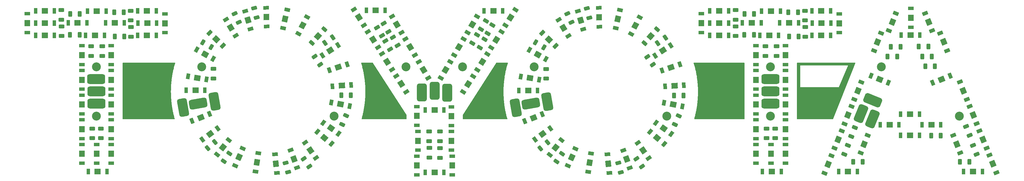
<source format=gbr>
%TF.GenerationSoftware,KiCad,Pcbnew,(6.0.0)*%
%TF.CreationDate,2022-05-14T17:31:40-07:00*%
%TF.ProjectId,Letters GERBER,4c657474-6572-4732-9047-45524245522e,rev?*%
%TF.SameCoordinates,Original*%
%TF.FileFunction,Soldermask,Top*%
%TF.FilePolarity,Negative*%
%FSLAX46Y46*%
G04 Gerber Fmt 4.6, Leading zero omitted, Abs format (unit mm)*
G04 Created by KiCad (PCBNEW (6.0.0)) date 2022-05-14 17:31:40*
%MOMM*%
%LPD*%
G01*
G04 APERTURE LIST*
G04 Aperture macros list*
%AMRoundRect*
0 Rectangle with rounded corners*
0 $1 Rounding radius*
0 $2 $3 $4 $5 $6 $7 $8 $9 X,Y pos of 4 corners*
0 Add a 4 corners polygon primitive as box body*
4,1,4,$2,$3,$4,$5,$6,$7,$8,$9,$2,$3,0*
0 Add four circle primitives for the rounded corners*
1,1,$1+$1,$2,$3*
1,1,$1+$1,$4,$5*
1,1,$1+$1,$6,$7*
1,1,$1+$1,$8,$9*
0 Add four rect primitives between the rounded corners*
20,1,$1+$1,$2,$3,$4,$5,0*
20,1,$1+$1,$4,$5,$6,$7,0*
20,1,$1+$1,$6,$7,$8,$9,0*
20,1,$1+$1,$8,$9,$2,$3,0*%
%AMRotRect*
0 Rectangle, with rotation*
0 The origin of the aperture is its center*
0 $1 length*
0 $2 width*
0 $3 Rotation angle, in degrees counterclockwise*
0 Add horizontal line*
21,1,$1,$2,0,0,$3*%
G04 Aperture macros list end*
%ADD10C,0.000000*%
%ADD11C,0.200000*%
%ADD12C,0.150000*%
%ADD13R,1.700000X1.900000*%
%ADD14R,1.700000X1.100000*%
%ADD15RoundRect,0.250000X0.625000X-0.312500X0.625000X0.312500X-0.625000X0.312500X-0.625000X-0.312500X0*%
%ADD16RotRect,1.900000X1.700000X301.200000*%
%ADD17RotRect,1.100000X1.700000X301.200000*%
%ADD18RoundRect,0.250000X0.462425X-0.523874X0.696554X0.055616X-0.462425X0.523874X-0.696554X-0.055616X0*%
%ADD19RotRect,1.900000X1.700000X59.500000*%
%ADD20RotRect,1.100000X1.700000X59.500000*%
%ADD21RoundRect,0.250000X-0.691213X-0.102500X-0.332727X-0.614470X0.691213X0.102500X0.332727X0.614470X0*%
%ADD22RoundRect,0.250000X0.691213X0.102500X0.332727X0.614470X-0.691213X-0.102500X-0.332727X-0.614470X0*%
%ADD23RotRect,1.900000X1.700000X144.200000*%
%ADD24RotRect,1.100000X1.700000X144.200000*%
%ADD25RotRect,1.900000X1.700000X66.000000*%
%ADD26RotRect,1.100000X1.700000X66.000000*%
%ADD27R,1.900000X1.700000*%
%ADD28R,1.100000X1.700000*%
%ADD29RotRect,1.900000X1.700000X36.600000*%
%ADD30RotRect,1.100000X1.700000X36.600000*%
%ADD31RotRect,1.900000X1.700000X124.800000*%
%ADD32RotRect,1.100000X1.700000X124.800000*%
%ADD33RoundRect,0.250000X0.162353X-0.679649X0.641131X-0.277907X-0.162353X0.679649X-0.641131X0.277907X0*%
%ADD34RoundRect,0.250000X-0.312500X-0.625000X0.312500X-0.625000X0.312500X0.625000X-0.312500X0.625000X0*%
%ADD35RoundRect,0.250000X-0.697124X-0.047952X-0.379912X-0.586471X0.697124X0.047952X0.379912X0.586471X0*%
%ADD36RotRect,1.900000X1.700000X139.500000*%
%ADD37RotRect,1.100000X1.700000X139.500000*%
%ADD38RoundRect,0.250000X-0.625000X0.312500X-0.625000X-0.312500X0.625000X-0.312500X0.625000X0.312500X0*%
%ADD39RoundRect,0.250000X0.312500X0.625000X-0.312500X0.625000X-0.312500X-0.625000X0.312500X-0.625000X0*%
%ADD40RotRect,1.900000X1.700000X112.000000*%
%ADD41RotRect,1.100000X1.700000X112.000000*%
%ADD42RoundRect,0.750000X2.000000X-0.750000X2.000000X0.750000X-2.000000X0.750000X-2.000000X-0.750000X0*%
%ADD43RoundRect,0.250000X0.684585X-0.140090X0.522823X0.463614X-0.684585X0.140090X-0.522823X-0.463614X0*%
%ADD44RoundRect,0.250000X0.696554X-0.055616X0.462425X0.523874X-0.696554X0.055616X-0.462425X-0.523874X0*%
%ADD45RotRect,1.900000X1.700000X292.000000*%
%ADD46RotRect,1.100000X1.700000X292.000000*%
%ADD47RotRect,1.900000X1.700000X57.500000*%
%ADD48RotRect,1.100000X1.700000X57.500000*%
%ADD49C,2.700000*%
%ADD50RotRect,1.900000X1.700000X257.100000*%
%ADD51RotRect,1.100000X1.700000X257.100000*%
%ADD52RotRect,1.900000X1.700000X95.400000*%
%ADD53RotRect,1.100000X1.700000X95.400000*%
%ADD54RotRect,1.900000X1.700000X68.000000*%
%ADD55RotRect,1.100000X1.700000X68.000000*%
%ADD56RoundRect,0.250000X-0.379912X0.586471X-0.697124X0.047952X0.379912X-0.586471X0.697124X-0.047952X0*%
%ADD57RotRect,1.900000X1.700000X122.500000*%
%ADD58RotRect,1.100000X1.700000X122.500000*%
%ADD59RoundRect,0.250000X0.332727X-0.614470X0.691213X-0.102500X-0.332727X0.614470X-0.691213X0.102500X0*%
%ADD60RoundRect,0.250000X-0.698511X0.019085X-0.434374X-0.547358X0.698511X-0.019085X0.434374X0.547358X0*%
%ADD61RotRect,1.900000X1.700000X213.000000*%
%ADD62RotRect,1.100000X1.700000X213.000000*%
%ADD63RotRect,1.900000X1.700000X158.000000*%
%ADD64RotRect,1.100000X1.700000X158.000000*%
%ADD65RotRect,1.900000X1.700000X286.500000*%
%ADD66RotRect,1.100000X1.700000X286.500000*%
%ADD67RotRect,1.900000X1.700000X183.600000*%
%ADD68RotRect,1.100000X1.700000X183.600000*%
%ADD69RotRect,1.900000X1.700000X248.000000*%
%ADD70RotRect,1.100000X1.700000X248.000000*%
%ADD71RotRect,1.900000X1.700000X330.600000*%
%ADD72RotRect,1.100000X1.700000X330.600000*%
%ADD73RoundRect,0.250000X-0.462425X0.523874X-0.696554X-0.055616X0.462425X-0.523874X0.696554X0.055616X0*%
%ADD74RoundRect,0.250000X-0.102500X0.691213X-0.614470X0.332727X0.102500X-0.691213X0.614470X-0.332727X0*%
%ADD75RotRect,1.900000X1.700000X21.900000*%
%ADD76RotRect,1.100000X1.700000X21.900000*%
%ADD77RotRect,1.900000X1.700000X242.400000*%
%ADD78RotRect,1.100000X1.700000X242.400000*%
%ADD79RoundRect,0.250000X0.697124X0.047952X0.379912X0.586471X-0.697124X-0.047952X-0.379912X-0.586471X0*%
%ADD80RoundRect,0.750000X2.099852X-0.391309X1.839379X1.085902X-2.099852X0.391309X-1.839379X-1.085902X0*%
%ADD81RotRect,1.900000X1.700000X350.300000*%
%ADD82RotRect,1.100000X1.700000X350.300000*%
%ADD83RoundRect,0.750000X-1.444601X-1.573413X-0.053825X-2.135323X1.444601X1.573413X0.053825X2.135323X0*%
%ADD84RotRect,1.900000X1.700000X168.900000*%
%ADD85RotRect,1.100000X1.700000X168.900000*%
%ADD86RoundRect,0.250000X-0.583133X-0.385016X-0.041867X-0.697516X0.583133X0.385016X0.041867X0.697516X0*%
%ADD87RoundRect,0.750000X-0.391309X-2.099852X1.085902X-1.839379X0.391309X2.099852X-1.085902X1.839379X0*%
%ADD88RotRect,1.900000X1.700000X227.700000*%
%ADD89RotRect,1.100000X1.700000X227.700000*%
%ADD90RotRect,1.900000X1.700000X120.500000*%
%ADD91RotRect,1.100000X1.700000X120.500000*%
%ADD92RotRect,1.900000X1.700000X315.900000*%
%ADD93RotRect,1.100000X1.700000X315.900000*%
%ADD94RotRect,1.900000X1.700000X80.700000*%
%ADD95RotRect,1.100000X1.700000X80.700000*%
%ADD96RotRect,1.900000X1.700000X110.100000*%
%ADD97RotRect,1.100000X1.700000X110.100000*%
%ADD98RoundRect,0.750000X-0.750000X-2.000000X0.750000X-2.000000X0.750000X2.000000X-0.750000X2.000000X0*%
%ADD99RotRect,1.900000X1.700000X198.300000*%
%ADD100RotRect,1.100000X1.700000X198.300000*%
%ADD101RotRect,1.900000X1.700000X51.300000*%
%ADD102RotRect,1.100000X1.700000X51.300000*%
%ADD103RotRect,1.900000X1.700000X271.800000*%
%ADD104RotRect,1.100000X1.700000X271.800000*%
%ADD105RoundRect,0.250000X-0.434374X0.547358X-0.698511X-0.019085X0.434374X-0.547358X0.698511X0.019085X0*%
%ADD106RoundRect,0.250000X0.379912X-0.586471X0.697124X-0.047952X-0.379912X0.586471X-0.697124X0.047952X0*%
%ADD107RotRect,1.900000X1.700000X22.000000*%
%ADD108RotRect,1.100000X1.700000X22.000000*%
%ADD109RoundRect,0.750000X-1.573413X1.444601X-2.135323X0.053825X1.573413X-1.444601X2.135323X-0.053825X0*%
%ADD110RoundRect,0.250000X-0.696554X0.055616X-0.462425X-0.523874X0.696554X-0.055616X0.462425X0.523874X0*%
G04 APERTURE END LIST*
D10*
G36*
X64386496Y-36776361D02*
G01*
X63836496Y-40186361D01*
X63686496Y-43316361D01*
X63926496Y-47266361D01*
X64196496Y-48766361D01*
X64806496Y-51576361D01*
X49216496Y-51526361D01*
X49236496Y-34566361D01*
X49213071Y-34556450D01*
X64999015Y-34556450D01*
X64386496Y-36776361D01*
G37*
D11*
X165896388Y-51556273D02*
X152520805Y-51556273D01*
X63699525Y-43311815D02*
X63700648Y-43575225D01*
X63704018Y-43838349D01*
X63709632Y-44101180D01*
X63717490Y-44363708D01*
X63727589Y-44625925D01*
X63739928Y-44887822D01*
X63754505Y-45149390D01*
X63771320Y-45410621D01*
X63790370Y-45671505D01*
X63811653Y-45932034D01*
X63835169Y-46192200D01*
X63860916Y-46451993D01*
X63888891Y-46711406D01*
X63919095Y-46970429D01*
X63951524Y-47229053D01*
X63986178Y-47487270D01*
X64023055Y-47745072D01*
X64062154Y-48002448D01*
X64103472Y-48259392D01*
X64147009Y-48515894D01*
X64192762Y-48771945D01*
X64240731Y-49027536D01*
X64290914Y-49282660D01*
X64343308Y-49537307D01*
X64397914Y-49791468D01*
X64454728Y-50045135D01*
X64513750Y-50298299D01*
X64574978Y-50550952D01*
X64638410Y-50803084D01*
X64704045Y-51054688D01*
X64771882Y-51305753D01*
X64841919Y-51556273D01*
X135263633Y-51556273D02*
X121806917Y-51556273D01*
X264917562Y-51556273D02*
X254078602Y-51556273D01*
X254078602Y-51556273D02*
X254078602Y-34556450D01*
X49213071Y-51556273D02*
X49213071Y-34556450D01*
D12*
X269704363Y-35114772D02*
X266804363Y-42014772D01*
X254904363Y-42014772D02*
X254904363Y-35214772D01*
D11*
X162700201Y-34556450D02*
X166070193Y-34556450D01*
D12*
X254904363Y-35214772D02*
X269704363Y-35214772D01*
X264917562Y-51556273D02*
X261204363Y-51514772D01*
X261204363Y-51514772D02*
X261304363Y-42014772D01*
X261304363Y-42014772D02*
X264704363Y-42014772D01*
X264704363Y-42014772D02*
X264917562Y-51556273D01*
G36*
X264917562Y-51556273D02*
G01*
X261204363Y-51514772D01*
X261304363Y-42014772D01*
X264704363Y-42014772D01*
X264917562Y-51556273D01*
G37*
X264917562Y-51556273D02*
X261204363Y-51514772D01*
X261304363Y-42014772D01*
X264704363Y-42014772D01*
X264917562Y-51556273D01*
D11*
X164761574Y-43341615D02*
X164762690Y-43603917D01*
X164766037Y-43865947D01*
X164771613Y-44127696D01*
X164779418Y-44389155D01*
X164789449Y-44650315D01*
X164801705Y-44911167D01*
X164816185Y-45171703D01*
X164832887Y-45431913D01*
X164851809Y-45691789D01*
X164872950Y-45951322D01*
X164896309Y-46210502D01*
X164921883Y-46469322D01*
X164949672Y-46727772D01*
X164979674Y-46985843D01*
X165011887Y-47243527D01*
X165046310Y-47500814D01*
X165082942Y-47757696D01*
X165121780Y-48014164D01*
X165162824Y-48270209D01*
X165206071Y-48525823D01*
X165251521Y-48780995D01*
X165299172Y-49035718D01*
X165349021Y-49289983D01*
X165401069Y-49543780D01*
X165455313Y-49797101D01*
X165511751Y-50049937D01*
X165570383Y-50302280D01*
X165631207Y-50554119D01*
X165694220Y-50805447D01*
X165759423Y-51056254D01*
X165826812Y-51306533D01*
X165896388Y-51556273D01*
X254078602Y-34556450D02*
X271699921Y-34556450D01*
X64999015Y-34556450D02*
X64919358Y-34822413D01*
X64842203Y-35088966D01*
X64767551Y-35356100D01*
X64695403Y-35623804D01*
X64625761Y-35892068D01*
X64558628Y-36160884D01*
X64494004Y-36430241D01*
X64431893Y-36700130D01*
X64372295Y-36970542D01*
X64315212Y-37241465D01*
X64260647Y-37512891D01*
X64208601Y-37784810D01*
X64159077Y-38057213D01*
X64112074Y-38330089D01*
X64067597Y-38603429D01*
X64025646Y-38877224D01*
X63986223Y-39151462D01*
X63949331Y-39426136D01*
X63914970Y-39701236D01*
X63883143Y-39976750D01*
X63853852Y-40252671D01*
X63827099Y-40528988D01*
X63802884Y-40805691D01*
X63781211Y-41082771D01*
X63762081Y-41360218D01*
X63745495Y-41638023D01*
X63731456Y-41916175D01*
X63719966Y-42194665D01*
X63711025Y-42473484D01*
X63704637Y-42752622D01*
X63700803Y-43032069D01*
X63699525Y-43311815D01*
X166070193Y-34556450D02*
X165989965Y-34823302D01*
X165912257Y-35090747D01*
X165837071Y-35358774D01*
X165764408Y-35627373D01*
X165694271Y-35896536D01*
X165626661Y-36166252D01*
X165561579Y-36436512D01*
X165499028Y-36707306D01*
X165439010Y-36978625D01*
X165381525Y-37250458D01*
X165326577Y-37522797D01*
X165274166Y-37795632D01*
X165224294Y-38068953D01*
X165176964Y-38342750D01*
X165132177Y-38617014D01*
X165089934Y-38891736D01*
X165050238Y-39166905D01*
X165013090Y-39442512D01*
X164978492Y-39718547D01*
X164946446Y-39995002D01*
X164916953Y-40271865D01*
X164890016Y-40549128D01*
X164865636Y-40826781D01*
X164843814Y-41104814D01*
X164824554Y-41383218D01*
X164807855Y-41661982D01*
X164793721Y-41941099D01*
X164782153Y-42220557D01*
X164773152Y-42500347D01*
X164766721Y-42780460D01*
X164762861Y-43060885D01*
X164761574Y-43341615D01*
X238028247Y-34556450D02*
X238028247Y-51556273D01*
X135263805Y-50430072D02*
X135263633Y-51556273D01*
X64841919Y-51556273D02*
X49213071Y-51556273D01*
X271699921Y-34556450D02*
X264917562Y-51556273D01*
D10*
G36*
X238046496Y-34606361D02*
G01*
X238026496Y-51536361D01*
X222896496Y-51516361D01*
X223586496Y-48416361D01*
X223846496Y-46016361D01*
X223996496Y-43836361D01*
X223976496Y-41596361D01*
X223756496Y-39306361D01*
X223366496Y-37026361D01*
X222906496Y-35316361D01*
X222702740Y-34536361D01*
X238006496Y-34526361D01*
X238046496Y-34606361D01*
G37*
D11*
X152520805Y-50430072D02*
X162700201Y-34556450D01*
X222702740Y-34556450D02*
X238028247Y-34556450D01*
X121806917Y-51556273D02*
X121876953Y-51305752D01*
X121944790Y-51054684D01*
X122010425Y-50803076D01*
X122073857Y-50550938D01*
X122135085Y-50298278D01*
X122194107Y-50045106D01*
X122250922Y-49791429D01*
X122305527Y-49537258D01*
X122357922Y-49282601D01*
X122408104Y-49027467D01*
X122456073Y-48771865D01*
X122501827Y-48515803D01*
X122545363Y-48259291D01*
X122586682Y-48002337D01*
X122625780Y-47744951D01*
X122662657Y-47487141D01*
X122697311Y-47228917D01*
X122729741Y-46970286D01*
X122759944Y-46711258D01*
X122787920Y-46451842D01*
X122813666Y-46192047D01*
X122837182Y-45931882D01*
X122858466Y-45671355D01*
X122877515Y-45410475D01*
X122894330Y-45149252D01*
X122908907Y-44887694D01*
X122921246Y-44625811D01*
X122931345Y-44363610D01*
X122939203Y-44101101D01*
X122944817Y-43838293D01*
X122948187Y-43575194D01*
X122949311Y-43311815D01*
D10*
G36*
X166070193Y-34556450D02*
G01*
X165276496Y-37456361D01*
X164826496Y-41066361D01*
X164826496Y-45646361D01*
X165406496Y-49676361D01*
X165896388Y-51556273D01*
X152556496Y-51546361D01*
X152546496Y-50426361D01*
X162716496Y-34546361D01*
X166070193Y-34556450D01*
G37*
D11*
X222876717Y-51556273D02*
X222946260Y-51306563D01*
X223013621Y-51056311D01*
X223078796Y-50805526D01*
X223141784Y-50554218D01*
X223202583Y-50302394D01*
X223261193Y-50050065D01*
X223317611Y-49797239D01*
X223371836Y-49543925D01*
X223423866Y-49290133D01*
X223473700Y-49035871D01*
X223521336Y-48781148D01*
X223566773Y-48525974D01*
X223610008Y-48270357D01*
X223651041Y-48014307D01*
X223689870Y-47757833D01*
X223726493Y-47500943D01*
X223760908Y-47243647D01*
X223793115Y-46985954D01*
X223823111Y-46727873D01*
X223850895Y-46469413D01*
X223876465Y-46210582D01*
X223899820Y-45951391D01*
X223920959Y-45691848D01*
X223939878Y-45431962D01*
X223956578Y-45171741D01*
X223971057Y-44911197D01*
X223983312Y-44650336D01*
X223993343Y-44389169D01*
X224001147Y-44127704D01*
X224006723Y-43865951D01*
X224010070Y-43603918D01*
X224011187Y-43341615D01*
X49213071Y-34556450D02*
X64999015Y-34556450D01*
D12*
X266804363Y-42014772D02*
X254904363Y-42014772D01*
D11*
X125084237Y-34556450D02*
X135263805Y-50430072D01*
D10*
G36*
X135266496Y-50416361D02*
G01*
X135263633Y-51556273D01*
X121806917Y-51556273D01*
X122246496Y-49946361D01*
X122686496Y-47356361D01*
X122896496Y-44786361D01*
X122936496Y-41846361D01*
X122536496Y-38396361D01*
X122006496Y-35906361D01*
X121655069Y-34576312D01*
X125116496Y-34556450D01*
X135266496Y-50416361D01*
G37*
D12*
X264917562Y-51556273D02*
X264004363Y-42014772D01*
X264004363Y-42014772D02*
X266804363Y-42014772D01*
X266804363Y-42014772D02*
X269704363Y-35114772D01*
X269704363Y-35114772D02*
X254904363Y-35214772D01*
X254904363Y-35214772D02*
X254904363Y-42014772D01*
X254904363Y-42014772D02*
X261604363Y-42014772D01*
X261604363Y-42014772D02*
X261504363Y-51514772D01*
X261504363Y-51514772D02*
X254078602Y-51556273D01*
X254078602Y-51556273D02*
X254078602Y-34556450D01*
X254078602Y-34556450D02*
X271699921Y-34556450D01*
X271699921Y-34556450D02*
X264917562Y-51556273D01*
G36*
X264917562Y-51556273D02*
G01*
X264004363Y-42014772D01*
X266804363Y-42014772D01*
X269704363Y-35114772D01*
X254904363Y-35214772D01*
X254904363Y-42014772D01*
X261604363Y-42014772D01*
X261504363Y-51514772D01*
X254078602Y-51556273D01*
X254078602Y-34556450D01*
X271699921Y-34556450D01*
X264917562Y-51556273D01*
G37*
X264917562Y-51556273D02*
X264004363Y-42014772D01*
X266804363Y-42014772D01*
X269704363Y-35114772D01*
X254904363Y-35214772D01*
X254904363Y-42014772D01*
X261604363Y-42014772D01*
X261504363Y-51514772D01*
X254078602Y-51556273D01*
X254078602Y-34556450D01*
X271699921Y-34556450D01*
X264917562Y-51556273D01*
D11*
X122949311Y-43311815D02*
X122948032Y-43032053D01*
X122944198Y-42752593D01*
X122937810Y-42473444D01*
X122928869Y-42194616D01*
X122917379Y-41916117D01*
X122903340Y-41637958D01*
X122886754Y-41360149D01*
X122867624Y-41082698D01*
X122845951Y-40805615D01*
X122821736Y-40528911D01*
X122794983Y-40252594D01*
X122765692Y-39976674D01*
X122733865Y-39701161D01*
X122699504Y-39426065D01*
X122662612Y-39151394D01*
X122623189Y-38877159D01*
X122581238Y-38603369D01*
X122536761Y-38330033D01*
X122489758Y-38057162D01*
X122440234Y-37784765D01*
X122388188Y-37512851D01*
X122333623Y-37241430D01*
X122276540Y-36970512D01*
X122216942Y-36700106D01*
X122154831Y-36430222D01*
X122090207Y-36160869D01*
X122023074Y-35892058D01*
X121953432Y-35623796D01*
X121881284Y-35356096D01*
X121806632Y-35088964D01*
X121729477Y-34822412D01*
X121649821Y-34556450D01*
X238028247Y-51556273D02*
X222876717Y-51556273D01*
X121649821Y-34556450D02*
X125084237Y-34556450D01*
X224011187Y-43341615D02*
X224009899Y-43060854D01*
X224006038Y-42780397D01*
X223999604Y-42500255D01*
X223990601Y-42220437D01*
X223979029Y-41940952D01*
X223964891Y-41661810D01*
X223948189Y-41383022D01*
X223928924Y-41104596D01*
X223907099Y-40826543D01*
X223882715Y-40548871D01*
X223855774Y-40271592D01*
X223826278Y-39994714D01*
X223794229Y-39718248D01*
X223759629Y-39442202D01*
X223722480Y-39166587D01*
X223682783Y-38891413D01*
X223640541Y-38616689D01*
X223595755Y-38342424D01*
X223548428Y-38068630D01*
X223498560Y-37795314D01*
X223446155Y-37522488D01*
X223391214Y-37250160D01*
X223333739Y-36978341D01*
X223273732Y-36707039D01*
X223211194Y-36436266D01*
X223146128Y-36166030D01*
X223078535Y-35896342D01*
X223008418Y-35627211D01*
X222935778Y-35358646D01*
X222860617Y-35090658D01*
X222782937Y-34823256D01*
X222702740Y-34556450D01*
X152520805Y-51556273D02*
X152520805Y-50430072D01*
D13*
%TO.C,D107*%
X250479363Y-54714772D03*
D14*
X250479363Y-57564772D03*
X250479363Y-51864772D03*
%TD*%
D15*
%TO.C,R2*%
X51584363Y-21657272D03*
X51584363Y-18732272D03*
%TD*%
D16*
%TO.C,D27*%
X81978262Y-23832917D03*
D17*
X80501885Y-21395129D03*
X83454639Y-26270705D03*
%TD*%
D18*
%TO.C,R68*%
X270504363Y-56944743D03*
X271600088Y-54232730D03*
%TD*%
D19*
%TO.C,D68*%
X151261154Y-29766096D03*
D20*
X149814670Y-32221739D03*
X152707638Y-27310453D03*
%TD*%
D21*
%TO.C,R39*%
X208533362Y-32728698D03*
X210211073Y-35124717D03*
%TD*%
D22*
%TO.C,R23*%
X105815364Y-66057870D03*
X104137653Y-63661851D03*
%TD*%
D23*
%TO.C,D32*%
X112404363Y-54414772D03*
D24*
X114715895Y-56081901D03*
X110092831Y-52747643D03*
%TD*%
D15*
%TO.C,R30*%
X145504363Y-58364772D03*
X145504363Y-55439772D03*
%TD*%
D25*
%TO.C,D83*%
X185544473Y-63248182D03*
D26*
X184385274Y-65851787D03*
X186703672Y-60644577D03*
%TD*%
D27*
%TO.C,D69*%
X143904363Y-67864772D03*
D28*
X141054363Y-67864772D03*
X146754363Y-67864772D03*
%TD*%
D29*
%TO.C,D36*%
X75641674Y-56130775D03*
D30*
X73353644Y-57830016D03*
X77929704Y-54431534D03*
%TD*%
D31*
%TO.C,D81*%
X207292740Y-61192366D03*
D32*
X208919274Y-63532641D03*
X205666206Y-58852091D03*
%TD*%
D33*
%TO.C,R18*%
X74886488Y-60526672D03*
X77127168Y-58646518D03*
%TD*%
D27*
%TO.C,D7*%
X41504363Y-67614772D03*
D28*
X38654363Y-67614772D03*
X44354363Y-67614772D03*
%TD*%
D13*
%TO.C,D22*%
X36704363Y-47214772D03*
D14*
X36704363Y-50064772D03*
X36704363Y-44364772D03*
%TD*%
D27*
%TO.C,D101*%
X246129363Y-18814772D03*
D28*
X243279363Y-18814772D03*
X248979363Y-18814772D03*
%TD*%
D23*
%TO.C,D80*%
X213494363Y-54471796D03*
D24*
X215805895Y-56138925D03*
X211182831Y-52804667D03*
%TD*%
D34*
%TO.C,R71*%
X271061863Y-64594772D03*
X273986863Y-64594772D03*
%TD*%
D35*
%TO.C,R26*%
X131189471Y-26761721D03*
X132674021Y-29281986D03*
%TD*%
D36*
%TO.C,D92*%
X211513396Y-57372015D03*
D37*
X213680553Y-59222942D03*
X209346239Y-55521088D03*
%TD*%
D38*
%TO.C,R58*%
X247399363Y-54522272D03*
X247399363Y-57447272D03*
%TD*%
D39*
%TO.C,R72*%
X306429363Y-64614772D03*
X303504363Y-64614772D03*
%TD*%
D40*
%TO.C,D125*%
X304562551Y-43009658D03*
D41*
X305630180Y-45652132D03*
X303494922Y-40367184D03*
%TD*%
D42*
%TO.C,wht-*%
X245954363Y-39514772D03*
%TD*%
D15*
%TO.C,R36*%
X142254363Y-58364772D03*
X142254363Y-55439772D03*
%TD*%
D43*
%TO.C,R41*%
X200448391Y-67820320D03*
X199691345Y-64994987D03*
%TD*%
D27*
%TO.C,D103*%
X246379363Y-67614772D03*
D28*
X243529363Y-67614772D03*
X249229363Y-67614772D03*
%TD*%
D27*
%TO.C,D110*%
X230379363Y-18714772D03*
D28*
X233229363Y-18714772D03*
X227529363Y-18714772D03*
%TD*%
D44*
%TO.C,R70*%
X306504363Y-56614772D03*
X305408639Y-53902759D03*
%TD*%
D45*
%TO.C,D140*%
X307559403Y-50427129D03*
D46*
X306491774Y-47784655D03*
X308627032Y-53069603D03*
%TD*%
D47*
%TO.C,D54*%
X166973059Y-20768438D03*
D48*
X165441755Y-23172104D03*
X168504363Y-18364772D03*
%TD*%
D27*
%TO.C,D98*%
X230379363Y-22464772D03*
D28*
X227529363Y-22464772D03*
X233229363Y-22464772D03*
%TD*%
D43*
%TO.C,R17*%
X99358391Y-67763296D03*
X98601345Y-64937963D03*
%TD*%
D49*
%TO.C,REF\u002A\u002A*%
X245954363Y-50714772D03*
%TD*%
D50*
%TO.C,D40*%
X98471678Y-21176335D03*
D51*
X99107941Y-18398266D03*
X97835415Y-23954404D03*
%TD*%
D34*
%TO.C,R1*%
X33161863Y-19694772D03*
X36086863Y-19694772D03*
%TD*%
D13*
%TO.C,D3*%
X62004363Y-22514772D03*
D14*
X62004363Y-19664772D03*
X62004363Y-25364772D03*
%TD*%
D52*
%TO.C,D82*%
X196704363Y-65189772D03*
D53*
X196972572Y-68027124D03*
X196436154Y-62352420D03*
%TD*%
D38*
%TO.C,R4*%
X39849363Y-54522272D03*
X39849363Y-57447272D03*
%TD*%
D54*
%TO.C,D122*%
X278501216Y-28197301D03*
D55*
X277433587Y-30839775D03*
X279568845Y-25554827D03*
%TD*%
D40*
%TO.C,D127*%
X310556256Y-57844600D03*
D41*
X311623885Y-60487074D03*
X309488627Y-55202126D03*
%TD*%
D45*
%TO.C,D143*%
X302571992Y-59257246D03*
D46*
X301504363Y-56614772D03*
X303639621Y-61899720D03*
%TD*%
D27*
%TO.C,D142*%
X288354363Y-50114772D03*
D28*
X291204363Y-50114772D03*
X285504363Y-50114772D03*
%TD*%
D27*
%TO.C,D5*%
X41254363Y-18814772D03*
D28*
X38404363Y-18814772D03*
X44104363Y-18814772D03*
%TD*%
D27*
%TO.C,D67*%
X161754363Y-18739772D03*
D28*
X158904363Y-18739772D03*
X164604363Y-18739772D03*
%TD*%
D39*
%TO.C,R51*%
X254321863Y-19134772D03*
X251396863Y-19134772D03*
%TD*%
D13*
%TO.C,D117*%
X241579363Y-32214772D03*
D14*
X241579363Y-35064772D03*
X241579363Y-29364772D03*
%TD*%
D56*
%TO.C,R33*%
X159104363Y-27414772D03*
X157619813Y-29935037D03*
%TD*%
D38*
%TO.C,R10*%
X42524363Y-54522272D03*
X42524363Y-57447272D03*
%TD*%
%TO.C,R52*%
X244724363Y-54522272D03*
X244724363Y-57447272D03*
%TD*%
D27*
%TO.C,D14*%
X25504363Y-18714772D03*
D28*
X28354363Y-18714772D03*
X22654363Y-18714772D03*
%TD*%
D57*
%TO.C,D62*%
X133771456Y-40958238D03*
D58*
X135302760Y-43361904D03*
X132240152Y-38554572D03*
%TD*%
D57*
%TO.C,D61*%
X125174662Y-27463974D03*
D58*
X126705966Y-29867640D03*
X123643358Y-25060308D03*
%TD*%
D59*
%TO.C,R48*%
X180950596Y-64541951D03*
X182628307Y-62145932D03*
%TD*%
D39*
%TO.C,R59*%
X240921863Y-26034772D03*
X237996863Y-26034772D03*
%TD*%
D13*
%TO.C,D21*%
X36704363Y-32214772D03*
D14*
X36704363Y-35064772D03*
X36704363Y-29364772D03*
%TD*%
D36*
%TO.C,D44*%
X110423396Y-57314991D03*
D37*
X112590553Y-59165918D03*
X108256239Y-55464064D03*
%TD*%
D60*
%TO.C,R44*%
X184252862Y-19605995D03*
X185489021Y-22256945D03*
%TD*%
D49*
%TO.C,REF\u002A\u002A*%
X135204363Y-35739772D03*
%TD*%
D57*
%TO.C,D49*%
X129473059Y-34211106D03*
D58*
X131004363Y-36614772D03*
X127941755Y-31807440D03*
%TD*%
D47*
%TO.C,D53*%
X158376265Y-34262701D03*
D48*
X156844961Y-36666367D03*
X159907569Y-31859035D03*
%TD*%
D27*
%TO.C,D130*%
X294854363Y-53364772D03*
D28*
X292004363Y-53364772D03*
X297704363Y-53364772D03*
%TD*%
D38*
%TO.C,R53*%
X244399363Y-29522272D03*
X244399363Y-32447272D03*
%TD*%
D31*
%TO.C,D33*%
X106202740Y-61135342D03*
D32*
X107829274Y-63475617D03*
X104576206Y-58795067D03*
%TD*%
D42*
%TO.C,P*%
X41104363Y-46914772D03*
%TD*%
D27*
%TO.C,D15*%
X56504363Y-26214772D03*
D28*
X59354363Y-26214772D03*
X53654363Y-26214772D03*
%TD*%
D38*
%TO.C,R19*%
X76724363Y-36372272D03*
X76724363Y-39297272D03*
%TD*%
D22*
%TO.C,R47*%
X206905364Y-66114894D03*
X205227653Y-63718875D03*
%TD*%
D38*
%TO.C,R35*%
X145504363Y-60514772D03*
X145504363Y-63439772D03*
%TD*%
D61*
%TO.C,D30*%
X112164783Y-30746553D03*
D62*
X114554994Y-29194332D03*
X109774572Y-32298774D03*
%TD*%
D63*
%TO.C,D134*%
X279156208Y-39547143D03*
D64*
X281798682Y-40614772D03*
X276513734Y-38479514D03*
%TD*%
D15*
%TO.C,R57*%
X235359363Y-21457272D03*
X235359363Y-18532272D03*
%TD*%
D65*
%TO.C,D87*%
X188275022Y-21588057D03*
D66*
X187465578Y-18855421D03*
X189084466Y-24320693D03*
%TD*%
D67*
%TO.C,D79*%
X216800458Y-41524707D03*
D68*
X219644834Y-41345754D03*
X213956082Y-41703660D03*
%TD*%
D13*
%TO.C,D12*%
X45604363Y-39714772D03*
D14*
X45604363Y-42564772D03*
X45604363Y-36864772D03*
%TD*%
D69*
%TO.C,D123*%
X266513805Y-57867184D03*
D70*
X267581434Y-55224710D03*
X265446176Y-60509658D03*
%TD*%
D59*
%TO.C,R24*%
X79860596Y-64484927D03*
X81538307Y-62088908D03*
%TD*%
D71*
%TO.C,D26*%
X74119856Y-31942163D03*
D72*
X71636897Y-30543087D03*
X76602815Y-33341239D03*
%TD*%
D13*
%TO.C,D20*%
X36704363Y-62214772D03*
D14*
X36704363Y-59364772D03*
X36704363Y-65064772D03*
%TD*%
D13*
%TO.C,D105*%
X241579363Y-54714772D03*
D14*
X241579363Y-57564772D03*
X241579363Y-51864772D03*
%TD*%
D73*
%TO.C,R62*%
X269504363Y-59614772D03*
X268408638Y-62326785D03*
%TD*%
D27*
%TO.C,D109*%
X230379363Y-26214772D03*
D28*
X227529363Y-26214772D03*
X233229363Y-26214772D03*
%TD*%
D27*
%TO.C,D17*%
X35404363Y-22414772D03*
D28*
X38254363Y-22414772D03*
X32554363Y-22414772D03*
%TD*%
D13*
%TO.C,D60*%
X149254363Y-65764772D03*
D14*
X149254363Y-62914772D03*
X149254363Y-68614772D03*
%TD*%
D40*
%TO.C,D126*%
X298568845Y-28174716D03*
D41*
X299636474Y-30817190D03*
X297501216Y-25532242D03*
%TD*%
D13*
%TO.C,D9*%
X36704363Y-54714772D03*
D14*
X36704363Y-57564772D03*
X36704363Y-51864772D03*
%TD*%
D49*
%TO.C,REF\u002A\u002A*%
X245954363Y-35739772D03*
%TD*%
D13*
%TO.C,D132*%
X288604363Y-20864772D03*
D14*
X288604363Y-23714772D03*
X288604363Y-18014772D03*
%TD*%
D27*
%TO.C,D6*%
X40704363Y-26214772D03*
D28*
X43554363Y-26214772D03*
X37854363Y-26214772D03*
%TD*%
D34*
%TO.C,R63*%
X293004363Y-35614772D03*
X295929363Y-35614772D03*
%TD*%
D35*
%TO.C,R31*%
X128904363Y-27914772D03*
X130388913Y-30435037D03*
%TD*%
D15*
%TO.C,R9*%
X30484363Y-21457272D03*
X30484363Y-18532272D03*
%TD*%
D34*
%TO.C,R66*%
X291004363Y-29614772D03*
X293929363Y-29614772D03*
%TD*%
D49*
%TO.C,REF\u002A\u002A*%
X41104363Y-35739772D03*
%TD*%
D13*
%TO.C,D8*%
X41254363Y-62214772D03*
D14*
X41254363Y-65064772D03*
X41254363Y-59364772D03*
%TD*%
D19*
%TO.C,D55*%
X147200847Y-36659129D03*
D20*
X145754363Y-39114772D03*
X148647331Y-34203486D03*
%TD*%
D39*
%TO.C,R46*%
X219536863Y-44441796D03*
X216611863Y-44441796D03*
%TD*%
D13*
%TO.C,D115*%
X250479363Y-62214772D03*
D14*
X250479363Y-65064772D03*
X250479363Y-59364772D03*
%TD*%
D39*
%TO.C,R61*%
X284446863Y-32634772D03*
X281521863Y-32634772D03*
%TD*%
%TO.C,R54*%
X254521863Y-26534772D03*
X251596863Y-26534772D03*
%TD*%
D13*
%TO.C,D1*%
X20104363Y-22464772D03*
D14*
X20104363Y-19614772D03*
X20104363Y-25314772D03*
%TD*%
D43*
%TO.C,R38*%
X190948391Y-20820320D03*
X190191345Y-17994987D03*
%TD*%
D19*
%TO.C,D56*%
X155321461Y-22873063D03*
D20*
X153874977Y-25328706D03*
X156767945Y-20417420D03*
%TD*%
D13*
%TO.C,D118*%
X241579363Y-47214772D03*
D14*
X241579363Y-50064772D03*
X241579363Y-44364772D03*
%TD*%
D27*
%TO.C,D18*%
X46754363Y-22414772D03*
D28*
X49604363Y-22414772D03*
X43904363Y-22414772D03*
%TD*%
D49*
%TO.C,REF\u002A\u002A*%
X113354363Y-50714772D03*
%TD*%
D65*
%TO.C,D39*%
X87185022Y-21531033D03*
D66*
X86375578Y-18798397D03*
X87994466Y-24263669D03*
%TD*%
D74*
%TO.C,R21*%
X112947461Y-26803771D03*
X110551442Y-28481482D03*
%TD*%
D56*
%TO.C,R34*%
X156804363Y-26014772D03*
X155319813Y-28535037D03*
%TD*%
D54*
%TO.C,D121*%
X272507510Y-43032243D03*
D55*
X271439881Y-45674717D03*
X273575139Y-40389769D03*
%TD*%
D75*
%TO.C,D96*%
X173950006Y-51220774D03*
D76*
X171305673Y-52283789D03*
X176594339Y-50157759D03*
%TD*%
D77*
%TO.C,D77*%
X204902700Y-23203766D03*
D78*
X206223094Y-20678086D03*
X203582306Y-25729446D03*
%TD*%
D38*
%TO.C,R8*%
X51624363Y-23672272D03*
X51624363Y-26597272D03*
%TD*%
D52*
%TO.C,D34*%
X95704363Y-65214772D03*
D53*
X95972572Y-68052124D03*
X95436154Y-62377420D03*
%TD*%
D61*
%TO.C,D78*%
X213254783Y-30803577D03*
D62*
X215644994Y-29251356D03*
X210864572Y-32355798D03*
%TD*%
D27*
%TO.C,D2*%
X25504363Y-22464772D03*
D28*
X22654363Y-22464772D03*
X28354363Y-22464772D03*
%TD*%
D60*
%TO.C,R20*%
X83162862Y-19548971D03*
X84399021Y-22199921D03*
%TD*%
D42*
%TO.C,P*%
X245979363Y-43214772D03*
%TD*%
D39*
%TO.C,R11*%
X36046863Y-26034772D03*
X33121863Y-26034772D03*
%TD*%
D13*
%TO.C,D108*%
X250479363Y-39714772D03*
D14*
X250479363Y-42564772D03*
X250479363Y-36864772D03*
%TD*%
D40*
%TO.C,D137*%
X294004363Y-22136617D03*
D41*
X295071992Y-24779091D03*
X292936734Y-19494143D03*
%TD*%
D79*
%TO.C,R32*%
X127904363Y-26314772D03*
X126419813Y-23794507D03*
%TD*%
D27*
%TO.C,D102*%
X245579363Y-26214772D03*
D28*
X248429363Y-26214772D03*
X242729363Y-26214772D03*
%TD*%
D49*
%TO.C,REF\u002A\u002A*%
X174179363Y-35764772D03*
%TD*%
D57*
%TO.C,D50*%
X120876265Y-20716843D03*
D58*
X122407569Y-23120509D03*
X119344961Y-18313177D03*
%TD*%
D80*
%TO.C,P*%
X173094363Y-46971796D03*
%TD*%
D42*
%TO.C,wht*%
X41079363Y-39514772D03*
%TD*%
D27*
%TO.C,D4*%
X56604363Y-22464772D03*
D28*
X59454363Y-22464772D03*
X53754363Y-22464772D03*
%TD*%
D38*
%TO.C,R55*%
X235399363Y-23472272D03*
X235399363Y-26397272D03*
%TD*%
D21*
%TO.C,R15*%
X107443362Y-32671674D03*
X109121073Y-35067693D03*
%TD*%
D33*
%TO.C,R42*%
X175976488Y-60583696D03*
X178217168Y-58703542D03*
%TD*%
D49*
%TO.C,REF\u002A\u002A*%
X73104363Y-35739772D03*
%TD*%
D81*
%TO.C,D85*%
X172894363Y-39171796D03*
D82*
X170085108Y-38691601D03*
X175703618Y-39651991D03*
%TD*%
D47*
%TO.C,D65*%
X162674662Y-27515569D03*
D48*
X161143358Y-29919235D03*
X164205966Y-25111903D03*
%TD*%
D83*
%TO.C,P*%
X276904363Y-51614772D03*
%TD*%
D39*
%TO.C,R6*%
X49646863Y-26534772D03*
X46721863Y-26534772D03*
%TD*%
D27*
%TO.C,D73*%
X172344363Y-42921796D03*
D28*
X175194363Y-42921796D03*
X169494363Y-42921796D03*
%TD*%
D38*
%TO.C,R12*%
X42924363Y-29522272D03*
X42924363Y-32447272D03*
%TD*%
D69*
%TO.C,D136*%
X269510658Y-50449713D03*
D70*
X270578287Y-47807239D03*
X268443029Y-53092187D03*
%TD*%
D84*
%TO.C,D43*%
X115338125Y-47148386D03*
D85*
X118134809Y-47697074D03*
X112541441Y-46599698D03*
%TD*%
D86*
%TO.C,R13*%
X73465121Y-28276201D03*
X75998246Y-29738701D03*
%TD*%
D87*
%TO.C,P*%
X168594363Y-48171796D03*
%TD*%
D38*
%TO.C,R5*%
X39524363Y-29522272D03*
X39524363Y-32447272D03*
%TD*%
D13*
%TO.C,D106*%
X241579363Y-39714772D03*
D14*
X241579363Y-42564772D03*
X241579363Y-36864772D03*
%TD*%
D88*
%TO.C,D41*%
X108478891Y-26407980D03*
D89*
X110396977Y-24300031D03*
X106560805Y-28515929D03*
%TD*%
D86*
%TO.C,R37*%
X174555121Y-28333225D03*
X177088246Y-29795725D03*
%TD*%
D39*
%TO.C,R3*%
X49446863Y-19134772D03*
X46521863Y-19134772D03*
%TD*%
D90*
%TO.C,D64*%
X136497572Y-29766095D03*
D91*
X137944056Y-32221738D03*
X135051088Y-27310452D03*
%TD*%
D13*
%TO.C,D71*%
X149004363Y-58264772D03*
D14*
X149004363Y-55414772D03*
X149004363Y-61114772D03*
%TD*%
D74*
%TO.C,R45*%
X214037461Y-26860795D03*
X211641442Y-28538506D03*
%TD*%
D13*
%TO.C,D116*%
X241579363Y-62214772D03*
D14*
X241579363Y-59364772D03*
X241579363Y-65064772D03*
%TD*%
D13*
%TO.C,D119*%
X250479363Y-32214772D03*
D14*
X250479363Y-35064772D03*
X250479363Y-29364772D03*
%TD*%
D87*
%TO.C,P*%
X67504363Y-48114772D03*
%TD*%
D13*
%TO.C,D23*%
X45604363Y-32214772D03*
D14*
X45604363Y-35064772D03*
X45604363Y-29364772D03*
%TD*%
D49*
%TO.C,REF\u002A\u002A*%
X303379363Y-50714772D03*
%TD*%
D92*
%TO.C,D38*%
X77526053Y-27380712D03*
D93*
X75479393Y-25397361D03*
X79572713Y-29364063D03*
%TD*%
D94*
%TO.C,D46*%
X89908678Y-64822312D03*
D95*
X89448107Y-67634851D03*
X90369249Y-62009773D03*
%TD*%
D87*
%TO.C,P*%
X77034363Y-46264772D03*
%TD*%
D13*
%TO.C,D11*%
X45604363Y-54714772D03*
D14*
X45604363Y-57564772D03*
X45604363Y-51864772D03*
%TD*%
D13*
%TO.C,D58*%
X138504363Y-65764772D03*
D14*
X138504363Y-62914772D03*
X138504363Y-68614772D03*
%TD*%
D43*
%TO.C,R14*%
X89858391Y-20763296D03*
X89101345Y-17937963D03*
%TD*%
D92*
%TO.C,D86*%
X178616053Y-27437736D03*
D93*
X176569393Y-25454385D03*
X180662713Y-29421087D03*
%TD*%
D96*
%TO.C,D93*%
X202240791Y-63816643D03*
D97*
X203220221Y-66493062D03*
X201261361Y-61140224D03*
%TD*%
D27*
%TO.C,D114*%
X251629363Y-22414772D03*
D28*
X254479363Y-22414772D03*
X248779363Y-22414772D03*
%TD*%
D98*
%TO.C,P*%
X140004363Y-43564772D03*
%TD*%
D99*
%TO.C,D90*%
X215719080Y-35935464D03*
D100*
X218424943Y-35040586D03*
X213013217Y-36830342D03*
%TD*%
D90*
%TO.C,D52*%
X132437265Y-22873062D03*
D91*
X133883749Y-25328705D03*
X130990781Y-20417419D03*
%TD*%
D87*
%TO.C,P*%
X178124363Y-46321796D03*
%TD*%
D29*
%TO.C,D84*%
X176731674Y-56187799D03*
D30*
X174443644Y-57887040D03*
X179019704Y-54488558D03*
%TD*%
D96*
%TO.C,D45*%
X101150791Y-63759619D03*
D97*
X102130221Y-66436038D03*
X100171361Y-61083200D03*
%TD*%
D94*
%TO.C,D94*%
X190998678Y-64879336D03*
D95*
X190538107Y-67691875D03*
X191459249Y-62066797D03*
%TD*%
D75*
%TO.C,D48*%
X72860006Y-51163750D03*
D76*
X70215673Y-52226765D03*
X75504339Y-50100735D03*
%TD*%
D27*
%TO.C,D144*%
X288354363Y-56614772D03*
D28*
X285504363Y-56614772D03*
X291204363Y-56614772D03*
%TD*%
D27*
%TO.C,D16*%
X56504363Y-18714772D03*
D28*
X53654363Y-18714772D03*
X59354363Y-18714772D03*
%TD*%
D84*
%TO.C,D91*%
X216428125Y-47205410D03*
D85*
X219224809Y-47754098D03*
X213631441Y-46656722D03*
%TD*%
D81*
%TO.C,D37*%
X71804363Y-39114772D03*
D82*
X68995108Y-38634577D03*
X74613618Y-39594967D03*
%TD*%
D13*
%TO.C,D24*%
X45604363Y-47214772D03*
D14*
X45604363Y-50064772D03*
X45604363Y-44364772D03*
%TD*%
D49*
%TO.C,REF\u002A\u002A*%
X41104363Y-50714772D03*
%TD*%
D54*
%TO.C,D133*%
X283004363Y-22136617D03*
D55*
X281936734Y-24779091D03*
X284071992Y-19494143D03*
%TD*%
D13*
%TO.C,D70*%
X138854363Y-58264772D03*
D14*
X138854363Y-55414772D03*
X138854363Y-61114772D03*
%TD*%
D13*
%TO.C,D59*%
X149004363Y-50764772D03*
D14*
X149004363Y-47914772D03*
X149004363Y-53614772D03*
%TD*%
D27*
%TO.C,D25*%
X71254363Y-42864772D03*
D28*
X74104363Y-42864772D03*
X68404363Y-42864772D03*
%TD*%
D13*
%TO.C,D57*%
X138504363Y-50704772D03*
D14*
X138504363Y-47854772D03*
X138504363Y-53554772D03*
%TD*%
D38*
%TO.C,R60*%
X247799363Y-29522272D03*
X247799363Y-32447272D03*
%TD*%
D67*
%TO.C,D31*%
X115710458Y-41467683D03*
D68*
X118554834Y-41288730D03*
X112866082Y-41646636D03*
%TD*%
D101*
%TO.C,D95*%
X180682714Y-60286373D03*
D102*
X178900772Y-62510600D03*
X182464656Y-58062146D03*
%TD*%
D103*
%TO.C,D28*%
X92805474Y-20625751D03*
D104*
X92715953Y-17777157D03*
X92894995Y-23474345D03*
%TD*%
D101*
%TO.C,D47*%
X79592714Y-60229349D03*
D102*
X77810772Y-62453576D03*
X81374656Y-58005122D03*
%TD*%
D38*
%TO.C,R7*%
X30524363Y-23472272D03*
X30524363Y-26397272D03*
%TD*%
D27*
%TO.C,D112*%
X261379363Y-18714772D03*
D28*
X258529363Y-18714772D03*
X264229363Y-18714772D03*
%TD*%
D49*
%TO.C,REF\u002A\u002A*%
X214429363Y-50739772D03*
%TD*%
D38*
%TO.C,R56*%
X256499363Y-23672272D03*
X256499363Y-26597272D03*
%TD*%
D105*
%TO.C,R16*%
X117032116Y-50615875D03*
X115795958Y-53266826D03*
%TD*%
D39*
%TO.C,R65*%
X297696863Y-56634772D03*
X294771863Y-56634772D03*
%TD*%
D80*
%TO.C,P*%
X72004363Y-46914772D03*
%TD*%
D16*
%TO.C,D75*%
X183068262Y-23889941D03*
D17*
X181591885Y-21452153D03*
X184544639Y-26327729D03*
%TD*%
D71*
%TO.C,D74*%
X175209856Y-31999187D03*
D72*
X172726897Y-30600111D03*
X177692815Y-33398263D03*
%TD*%
D39*
%TO.C,R22*%
X118446863Y-44384772D03*
X115521863Y-44384772D03*
%TD*%
D27*
%TO.C,D129*%
X282154363Y-53364772D03*
D28*
X279304363Y-53364772D03*
X285004363Y-53364772D03*
%TD*%
D106*
%TO.C,R27*%
X160005006Y-25597521D03*
X161489556Y-23077256D03*
%TD*%
D69*
%TO.C,D141*%
X274436734Y-59257246D03*
D70*
X275504363Y-56614772D03*
X273369105Y-61899720D03*
%TD*%
D99*
%TO.C,D42*%
X114629080Y-35878440D03*
D100*
X117334943Y-34983562D03*
X111923217Y-36773318D03*
%TD*%
D49*
%TO.C,REF\u002A\u002A*%
X152379363Y-35764772D03*
%TD*%
D13*
%TO.C,D10*%
X36704363Y-39714772D03*
D14*
X36704363Y-42564772D03*
X36704363Y-36864772D03*
%TD*%
D49*
%TO.C,REF\u002A\u002A*%
X279629363Y-35739772D03*
%TD*%
D42*
%TO.C,P*%
X245979363Y-46914772D03*
%TD*%
D13*
%TO.C,D99*%
X266879363Y-22514772D03*
D14*
X266879363Y-19664772D03*
X266879363Y-25364772D03*
%TD*%
D107*
%TO.C,D138*%
X297896837Y-39547143D03*
D108*
X295254363Y-40614772D03*
X300539311Y-38479514D03*
%TD*%
D47*
%TO.C,D66*%
X154077868Y-41009833D03*
D48*
X152546564Y-43413499D03*
X155609172Y-38606167D03*
%TD*%
D90*
%TO.C,D51*%
X140557879Y-36659129D03*
D91*
X142004363Y-39114772D03*
X139111395Y-34203486D03*
%TD*%
D98*
%TO.C,P*%
X147704363Y-43614772D03*
%TD*%
D38*
%TO.C,R29*%
X142274363Y-60422272D03*
X142274363Y-63347272D03*
%TD*%
D45*
%TO.C,D139*%
X313553109Y-65262071D03*
D46*
X312485480Y-62619597D03*
X314620738Y-67904545D03*
%TD*%
D39*
%TO.C,R67*%
X285446863Y-29634772D03*
X282521863Y-29634772D03*
%TD*%
D27*
%TO.C,D131*%
X288504363Y-26114772D03*
D28*
X291354363Y-26114772D03*
X285654363Y-26114772D03*
%TD*%
D25*
%TO.C,D35*%
X84454473Y-63191158D03*
D26*
X83295274Y-65794763D03*
X85613672Y-60587553D03*
%TD*%
D13*
%TO.C,D104*%
X246129363Y-62214772D03*
D14*
X246129363Y-65064772D03*
X246129363Y-59364772D03*
%TD*%
D13*
%TO.C,D19*%
X45604363Y-62214772D03*
D14*
X45604363Y-65064772D03*
X45604363Y-59364772D03*
%TD*%
D38*
%TO.C,R43*%
X177814363Y-36429296D03*
X177814363Y-39354296D03*
%TD*%
D27*
%TO.C,D128*%
X307504363Y-67614772D03*
D28*
X310354363Y-67614772D03*
X304654363Y-67614772D03*
%TD*%
D50*
%TO.C,D88*%
X199561678Y-21233359D03*
D51*
X200197941Y-18455290D03*
X198925415Y-24011428D03*
%TD*%
D27*
%TO.C,D100*%
X261479363Y-22464772D03*
D28*
X264329363Y-22464772D03*
X258629363Y-22464772D03*
%TD*%
D98*
%TO.C,P*%
X143934363Y-43084772D03*
%TD*%
D105*
%TO.C,R40*%
X218122116Y-50672899D03*
X216885958Y-53323850D03*
%TD*%
D27*
%TO.C,D113*%
X240279363Y-22414772D03*
D28*
X243129363Y-22414772D03*
X237429363Y-22414772D03*
%TD*%
D27*
%TO.C,D63*%
X126004363Y-18614772D03*
D28*
X128854363Y-18614772D03*
X123154363Y-18614772D03*
%TD*%
D83*
%TO.C,P*%
X273504363Y-50014772D03*
%TD*%
D27*
%TO.C,D111*%
X261379363Y-26214772D03*
D28*
X264229363Y-26214772D03*
X258529363Y-26214772D03*
%TD*%
D27*
%TO.C,D124*%
X269504363Y-67614772D03*
D28*
X266654363Y-67614772D03*
X272354363Y-67614772D03*
%TD*%
D27*
%TO.C,D13*%
X25504363Y-26214772D03*
D28*
X22654363Y-26214772D03*
X28354363Y-26214772D03*
%TD*%
D109*
%TO.C,P*%
X277004363Y-45890143D03*
%TD*%
D15*
%TO.C,R50*%
X256459363Y-21657272D03*
X256459363Y-18732272D03*
%TD*%
D106*
%TO.C,R28*%
X158005006Y-24347521D03*
X159489556Y-21827256D03*
%TD*%
D13*
%TO.C,D120*%
X250479363Y-47214772D03*
D14*
X250479363Y-50064772D03*
X250479363Y-44364772D03*
%TD*%
D27*
%TO.C,D72*%
X143904363Y-48864772D03*
D28*
X141054363Y-48864772D03*
X146754363Y-48864772D03*
%TD*%
D88*
%TO.C,D89*%
X209568891Y-26465004D03*
D89*
X211486977Y-24357055D03*
X207650805Y-28572953D03*
%TD*%
D79*
%TO.C,R25*%
X129904363Y-25114772D03*
X128419813Y-22594507D03*
%TD*%
D34*
%TO.C,R49*%
X238036863Y-19694772D03*
X240961863Y-19694772D03*
%TD*%
D103*
%TO.C,D76*%
X193895474Y-20682775D03*
D104*
X193805953Y-17834181D03*
X193984995Y-23531369D03*
%TD*%
D34*
%TO.C,R69*%
X292061863Y-32614772D03*
X294986863Y-32614772D03*
%TD*%
D13*
%TO.C,D97*%
X224979363Y-22464772D03*
D14*
X224979363Y-19614772D03*
X224979363Y-25314772D03*
%TD*%
D77*
%TO.C,D29*%
X103812700Y-23146742D03*
D78*
X105133094Y-20621062D03*
X102492306Y-25672422D03*
%TD*%
D42*
%TO.C,P*%
X41104363Y-43214772D03*
%TD*%
D69*
%TO.C,D135*%
X263460761Y-65423733D03*
D70*
X264528390Y-62781259D03*
X262393132Y-68066207D03*
%TD*%
D110*
%TO.C,R64*%
X307504363Y-59614772D03*
X308600087Y-62326785D03*
%TD*%
M02*

</source>
